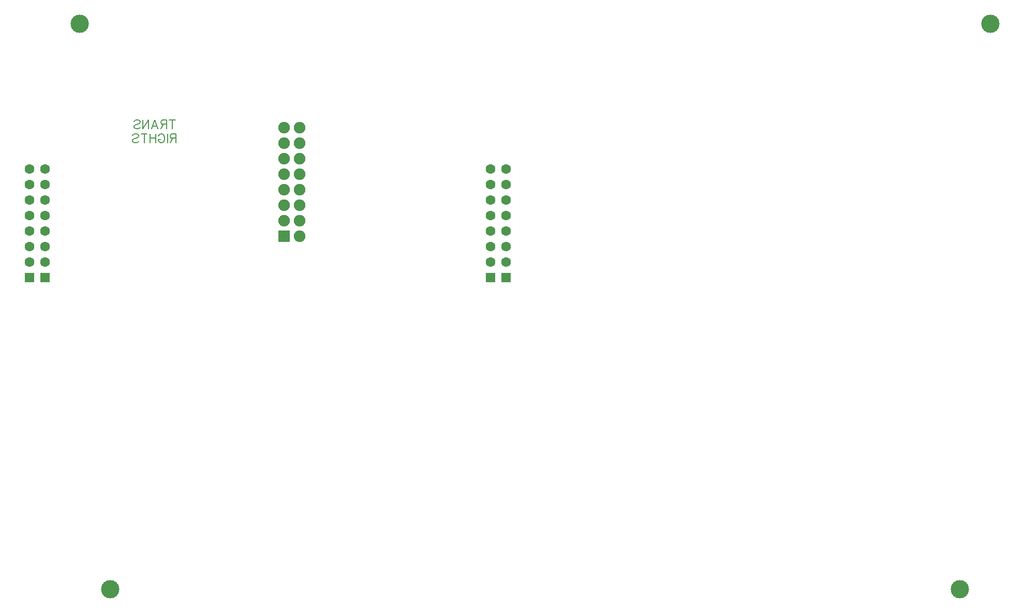
<source format=gbs>
G04 Layer: BottomSolderMaskLayer*
G04 EasyEDA v6.5.29, 2023-07-19 21:43:04*
G04 f8bcf56a654e41728208f455603ead28,5a6b42c53f6a479593ecc07194224c93,10*
G04 Gerber Generator version 0.2*
G04 Scale: 100 percent, Rotated: No, Reflected: No *
G04 Dimensions in millimeters *
G04 leading zeros omitted , absolute positions ,4 integer and 5 decimal *
%FSLAX45Y45*%
%MOMM*%

%AMMACRO1*1,1,$1,$2,$3*1,1,$1,$4,$5*1,1,$1,0-$2,0-$3*1,1,$1,0-$4,0-$5*20,1,$1,$2,$3,$4,$5,0*20,1,$1,$4,$5,0-$2,0-$3,0*20,1,$1,0-$2,0-$3,0-$4,0-$5,0*20,1,$1,0-$4,0-$5,$2,$3,0*4,1,4,$2,$3,$4,$5,0-$2,0-$3,0-$4,0-$5,$2,$3,0*%
%ADD10C,0.2032*%
%ADD11MACRO1,0.1016X0.9X-0.9X0.9X0.9*%
%ADD12C,1.9016*%
%ADD13MACRO1,0.1016X-0.75X-0.75X-0.75X0.75*%
%ADD14C,1.6016*%
%ADD15C,3.0000*%

%LPD*%
D10*
X-4724379Y1751553D02*
G01*
X-4724379Y1608371D01*
X-4724379Y1751553D02*
G01*
X-4785743Y1751553D01*
X-4806198Y1744736D01*
X-4813015Y1737916D01*
X-4819835Y1724281D01*
X-4819835Y1710644D01*
X-4813015Y1697007D01*
X-4806198Y1690189D01*
X-4785743Y1683372D01*
X-4724379Y1683372D01*
X-4772106Y1683372D02*
G01*
X-4819835Y1608371D01*
X-4864834Y1751553D02*
G01*
X-4864834Y1608371D01*
X-5012105Y1717461D02*
G01*
X-5005288Y1731098D01*
X-4991651Y1744736D01*
X-4978016Y1751553D01*
X-4950744Y1751553D01*
X-4937107Y1744736D01*
X-4923469Y1731098D01*
X-4916652Y1717461D01*
X-4909835Y1697007D01*
X-4909835Y1662917D01*
X-4916652Y1642463D01*
X-4923469Y1628825D01*
X-4937107Y1615191D01*
X-4950744Y1608371D01*
X-4978016Y1608371D01*
X-4991651Y1615191D01*
X-5005288Y1628825D01*
X-5012105Y1642463D01*
X-5012105Y1662917D01*
X-4978016Y1662917D02*
G01*
X-5012105Y1662917D01*
X-5057106Y1751553D02*
G01*
X-5057106Y1608371D01*
X-5152562Y1751553D02*
G01*
X-5152562Y1608371D01*
X-5057106Y1683372D02*
G01*
X-5152562Y1683372D01*
X-5245287Y1751553D02*
G01*
X-5245287Y1608371D01*
X-5197561Y1751553D02*
G01*
X-5293017Y1751553D01*
X-5433471Y1731098D02*
G01*
X-5419834Y1744736D01*
X-5399379Y1751553D01*
X-5372107Y1751553D01*
X-5351653Y1744736D01*
X-5338015Y1731098D01*
X-5338015Y1717461D01*
X-5344833Y1703826D01*
X-5351653Y1697007D01*
X-5365287Y1690189D01*
X-5406196Y1676552D01*
X-5419834Y1669735D01*
X-5426651Y1662917D01*
X-5433471Y1649280D01*
X-5433471Y1628825D01*
X-5419834Y1615191D01*
X-5399379Y1608371D01*
X-5372107Y1608371D01*
X-5351653Y1615191D01*
X-5338015Y1628825D01*
X-4784806Y1980153D02*
G01*
X-4784806Y1836971D01*
X-4737079Y1980153D02*
G01*
X-4832535Y1980153D01*
X-4877534Y1980153D02*
G01*
X-4877534Y1836971D01*
X-4877534Y1980153D02*
G01*
X-4938897Y1980153D01*
X-4959352Y1973336D01*
X-4966169Y1966516D01*
X-4972989Y1952881D01*
X-4972989Y1939244D01*
X-4966169Y1925607D01*
X-4959352Y1918789D01*
X-4938897Y1911972D01*
X-4877534Y1911972D01*
X-4925260Y1911972D02*
G01*
X-4972989Y1836971D01*
X-5072534Y1980153D02*
G01*
X-5017988Y1836971D01*
X-5072534Y1980153D02*
G01*
X-5127078Y1836971D01*
X-5038443Y1884697D02*
G01*
X-5106624Y1884697D01*
X-5172080Y1980153D02*
G01*
X-5172080Y1836971D01*
X-5172080Y1980153D02*
G01*
X-5267533Y1836971D01*
X-5267533Y1980153D02*
G01*
X-5267533Y1836971D01*
X-5407987Y1959698D02*
G01*
X-5394352Y1973336D01*
X-5373898Y1980153D01*
X-5346626Y1980153D01*
X-5326171Y1973336D01*
X-5312534Y1959698D01*
X-5312534Y1946061D01*
X-5319351Y1932426D01*
X-5326171Y1925607D01*
X-5339806Y1918789D01*
X-5380715Y1905152D01*
X-5394352Y1898335D01*
X-5401170Y1891517D01*
X-5407987Y1877880D01*
X-5407987Y1857425D01*
X-5394352Y1843791D01*
X-5373898Y1836971D01*
X-5346626Y1836971D01*
X-5326171Y1843791D01*
X-5312534Y1857425D01*
D11*
G01*
X-2959092Y77597D03*
D12*
G01*
X-2705082Y77602D03*
G01*
X-2959082Y331602D03*
G01*
X-2705082Y331602D03*
G01*
X-2959082Y585602D03*
G01*
X-2705082Y585602D03*
G01*
X-2959082Y839602D03*
G01*
X-2705082Y839602D03*
G01*
X-2959082Y1093602D03*
G01*
X-2705082Y1093602D03*
G01*
X-2959082Y1347602D03*
G01*
X-2705082Y1347602D03*
G01*
X-2959082Y1601602D03*
G01*
X-2705082Y1601602D03*
G01*
X-2959082Y1855602D03*
G01*
X-2705082Y1855602D03*
D13*
G01*
X-6870687Y-596898D03*
D14*
G01*
X-6870682Y-342894D03*
G01*
X-6870682Y-88894D03*
G01*
X-6870682Y165105D03*
G01*
X-6870682Y419105D03*
G01*
X-6870682Y673105D03*
G01*
X-6870682Y927105D03*
G01*
X-6870682Y1181105D03*
D13*
G01*
X419100Y-596898D03*
D14*
G01*
X419117Y-342894D03*
G01*
X419117Y-88894D03*
G01*
X419117Y165105D03*
G01*
X419117Y419105D03*
G01*
X419117Y673105D03*
G01*
X419117Y927105D03*
G01*
X419117Y1181105D03*
D13*
G01*
X-7124684Y-596898D03*
D14*
G01*
X-7124682Y-342894D03*
G01*
X-7124682Y-88894D03*
G01*
X-7124682Y165105D03*
G01*
X-7124682Y419105D03*
G01*
X-7124682Y673105D03*
G01*
X-7124682Y927105D03*
G01*
X-7124682Y1181105D03*
G01*
X673117Y1181105D03*
D13*
G01*
X673097Y-596898D03*
D14*
G01*
X673117Y-342894D03*
G01*
X673117Y-88894D03*
G01*
X673117Y165105D03*
G01*
X673117Y419105D03*
G01*
X673117Y673105D03*
G01*
X673117Y927105D03*
D15*
G01*
X-6302484Y3555891D03*
G01*
X8604268Y3555891D03*
G01*
X-5802485Y-5705279D03*
G01*
X8104269Y-5705279D03*
M02*

</source>
